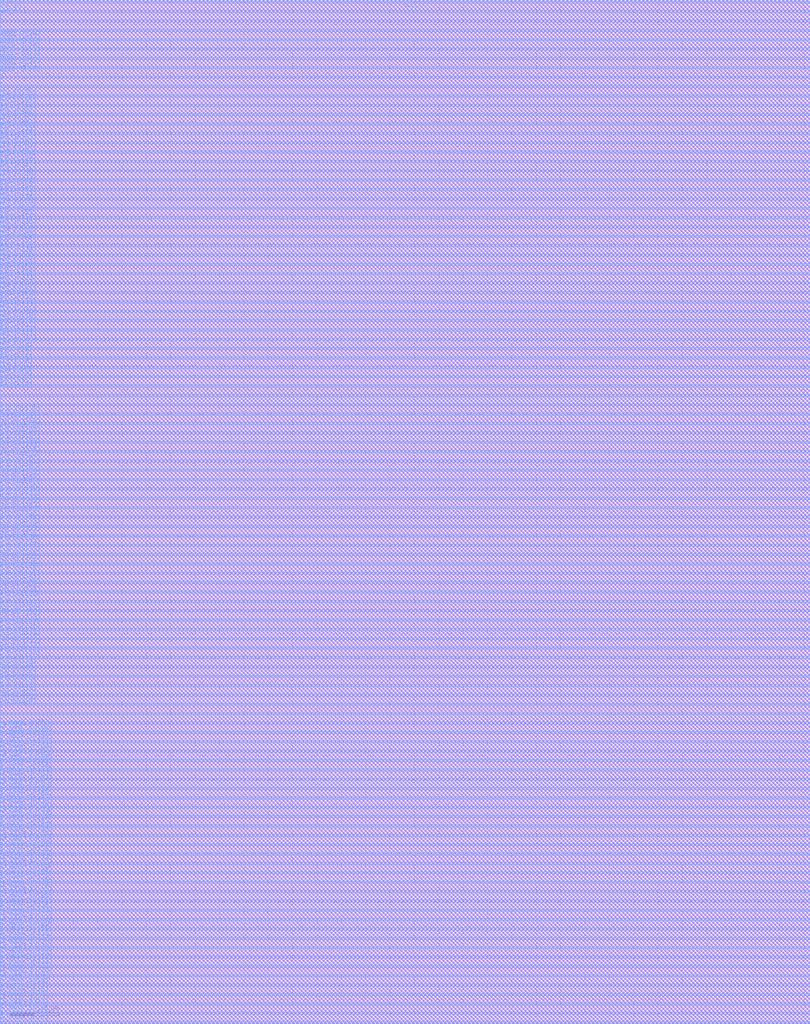
<source format=lef>
# Generated by FakeRAM 2.0
VERSION 5.7 ;
BUSBITCHARS "[]" ;
PROPERTYDEFINITIONS
  MACRO width INTEGER ;
  MACRO depth INTEGER ;
  MACRO banks INTEGER ;
END PROPERTYDEFINITIONS
MACRO fakeram7_sp_512x64
  PROPERTY width 64 ;
  PROPERTY depth 512 ;
  PROPERTY banks 4 ;
  FOREIGN fakeram7_sp_512x64 0 0 ;
  SYMMETRY X Y ;
  SIZE 33.250 BY 42.000 ;
  CLASS BLOCK ;
  PIN w_mask_in[0]
    DIRECTION INPUT ;
    USE SIGNAL ;
    SHAPE ABUTMENT ;
    PORT
      LAYER M4 ;
      RECT 0.000 0.048 0.024 0.072 ;
    END
  END w_mask_in[0]
  PIN w_mask_in[1]
    DIRECTION INPUT ;
    USE SIGNAL ;
    SHAPE ABUTMENT ;
    PORT
      LAYER M4 ;
      RECT 0.000 0.240 0.024 0.264 ;
    END
  END w_mask_in[1]
  PIN w_mask_in[2]
    DIRECTION INPUT ;
    USE SIGNAL ;
    SHAPE ABUTMENT ;
    PORT
      LAYER M4 ;
      RECT 0.000 0.432 0.024 0.456 ;
    END
  END w_mask_in[2]
  PIN w_mask_in[3]
    DIRECTION INPUT ;
    USE SIGNAL ;
    SHAPE ABUTMENT ;
    PORT
      LAYER M4 ;
      RECT 0.000 0.624 0.024 0.648 ;
    END
  END w_mask_in[3]
  PIN w_mask_in[4]
    DIRECTION INPUT ;
    USE SIGNAL ;
    SHAPE ABUTMENT ;
    PORT
      LAYER M4 ;
      RECT 0.000 0.816 0.024 0.840 ;
    END
  END w_mask_in[4]
  PIN w_mask_in[5]
    DIRECTION INPUT ;
    USE SIGNAL ;
    SHAPE ABUTMENT ;
    PORT
      LAYER M4 ;
      RECT 0.000 1.008 0.024 1.032 ;
    END
  END w_mask_in[5]
  PIN w_mask_in[6]
    DIRECTION INPUT ;
    USE SIGNAL ;
    SHAPE ABUTMENT ;
    PORT
      LAYER M4 ;
      RECT 0.000 1.200 0.024 1.224 ;
    END
  END w_mask_in[6]
  PIN w_mask_in[7]
    DIRECTION INPUT ;
    USE SIGNAL ;
    SHAPE ABUTMENT ;
    PORT
      LAYER M4 ;
      RECT 0.000 1.392 0.024 1.416 ;
    END
  END w_mask_in[7]
  PIN w_mask_in[8]
    DIRECTION INPUT ;
    USE SIGNAL ;
    SHAPE ABUTMENT ;
    PORT
      LAYER M4 ;
      RECT 0.000 1.584 0.024 1.608 ;
    END
  END w_mask_in[8]
  PIN w_mask_in[9]
    DIRECTION INPUT ;
    USE SIGNAL ;
    SHAPE ABUTMENT ;
    PORT
      LAYER M4 ;
      RECT 0.000 1.776 0.024 1.800 ;
    END
  END w_mask_in[9]
  PIN w_mask_in[10]
    DIRECTION INPUT ;
    USE SIGNAL ;
    SHAPE ABUTMENT ;
    PORT
      LAYER M4 ;
      RECT 0.000 1.968 0.024 1.992 ;
    END
  END w_mask_in[10]
  PIN w_mask_in[11]
    DIRECTION INPUT ;
    USE SIGNAL ;
    SHAPE ABUTMENT ;
    PORT
      LAYER M4 ;
      RECT 0.000 2.160 0.024 2.184 ;
    END
  END w_mask_in[11]
  PIN w_mask_in[12]
    DIRECTION INPUT ;
    USE SIGNAL ;
    SHAPE ABUTMENT ;
    PORT
      LAYER M4 ;
      RECT 0.000 2.352 0.024 2.376 ;
    END
  END w_mask_in[12]
  PIN w_mask_in[13]
    DIRECTION INPUT ;
    USE SIGNAL ;
    SHAPE ABUTMENT ;
    PORT
      LAYER M4 ;
      RECT 0.000 2.544 0.024 2.568 ;
    END
  END w_mask_in[13]
  PIN w_mask_in[14]
    DIRECTION INPUT ;
    USE SIGNAL ;
    SHAPE ABUTMENT ;
    PORT
      LAYER M4 ;
      RECT 0.000 2.736 0.024 2.760 ;
    END
  END w_mask_in[14]
  PIN w_mask_in[15]
    DIRECTION INPUT ;
    USE SIGNAL ;
    SHAPE ABUTMENT ;
    PORT
      LAYER M4 ;
      RECT 0.000 2.928 0.024 2.952 ;
    END
  END w_mask_in[15]
  PIN w_mask_in[16]
    DIRECTION INPUT ;
    USE SIGNAL ;
    SHAPE ABUTMENT ;
    PORT
      LAYER M4 ;
      RECT 0.000 3.120 0.024 3.144 ;
    END
  END w_mask_in[16]
  PIN w_mask_in[17]
    DIRECTION INPUT ;
    USE SIGNAL ;
    SHAPE ABUTMENT ;
    PORT
      LAYER M4 ;
      RECT 0.000 3.312 0.024 3.336 ;
    END
  END w_mask_in[17]
  PIN w_mask_in[18]
    DIRECTION INPUT ;
    USE SIGNAL ;
    SHAPE ABUTMENT ;
    PORT
      LAYER M4 ;
      RECT 0.000 3.504 0.024 3.528 ;
    END
  END w_mask_in[18]
  PIN w_mask_in[19]
    DIRECTION INPUT ;
    USE SIGNAL ;
    SHAPE ABUTMENT ;
    PORT
      LAYER M4 ;
      RECT 0.000 3.696 0.024 3.720 ;
    END
  END w_mask_in[19]
  PIN w_mask_in[20]
    DIRECTION INPUT ;
    USE SIGNAL ;
    SHAPE ABUTMENT ;
    PORT
      LAYER M4 ;
      RECT 0.000 3.888 0.024 3.912 ;
    END
  END w_mask_in[20]
  PIN w_mask_in[21]
    DIRECTION INPUT ;
    USE SIGNAL ;
    SHAPE ABUTMENT ;
    PORT
      LAYER M4 ;
      RECT 0.000 4.080 0.024 4.104 ;
    END
  END w_mask_in[21]
  PIN w_mask_in[22]
    DIRECTION INPUT ;
    USE SIGNAL ;
    SHAPE ABUTMENT ;
    PORT
      LAYER M4 ;
      RECT 0.000 4.272 0.024 4.296 ;
    END
  END w_mask_in[22]
  PIN w_mask_in[23]
    DIRECTION INPUT ;
    USE SIGNAL ;
    SHAPE ABUTMENT ;
    PORT
      LAYER M4 ;
      RECT 0.000 4.464 0.024 4.488 ;
    END
  END w_mask_in[23]
  PIN w_mask_in[24]
    DIRECTION INPUT ;
    USE SIGNAL ;
    SHAPE ABUTMENT ;
    PORT
      LAYER M4 ;
      RECT 0.000 4.656 0.024 4.680 ;
    END
  END w_mask_in[24]
  PIN w_mask_in[25]
    DIRECTION INPUT ;
    USE SIGNAL ;
    SHAPE ABUTMENT ;
    PORT
      LAYER M4 ;
      RECT 0.000 4.848 0.024 4.872 ;
    END
  END w_mask_in[25]
  PIN w_mask_in[26]
    DIRECTION INPUT ;
    USE SIGNAL ;
    SHAPE ABUTMENT ;
    PORT
      LAYER M4 ;
      RECT 0.000 5.040 0.024 5.064 ;
    END
  END w_mask_in[26]
  PIN w_mask_in[27]
    DIRECTION INPUT ;
    USE SIGNAL ;
    SHAPE ABUTMENT ;
    PORT
      LAYER M4 ;
      RECT 0.000 5.232 0.024 5.256 ;
    END
  END w_mask_in[27]
  PIN w_mask_in[28]
    DIRECTION INPUT ;
    USE SIGNAL ;
    SHAPE ABUTMENT ;
    PORT
      LAYER M4 ;
      RECT 0.000 5.424 0.024 5.448 ;
    END
  END w_mask_in[28]
  PIN w_mask_in[29]
    DIRECTION INPUT ;
    USE SIGNAL ;
    SHAPE ABUTMENT ;
    PORT
      LAYER M4 ;
      RECT 0.000 5.616 0.024 5.640 ;
    END
  END w_mask_in[29]
  PIN w_mask_in[30]
    DIRECTION INPUT ;
    USE SIGNAL ;
    SHAPE ABUTMENT ;
    PORT
      LAYER M4 ;
      RECT 0.000 5.808 0.024 5.832 ;
    END
  END w_mask_in[30]
  PIN w_mask_in[31]
    DIRECTION INPUT ;
    USE SIGNAL ;
    SHAPE ABUTMENT ;
    PORT
      LAYER M4 ;
      RECT 0.000 6.000 0.024 6.024 ;
    END
  END w_mask_in[31]
  PIN w_mask_in[32]
    DIRECTION INPUT ;
    USE SIGNAL ;
    SHAPE ABUTMENT ;
    PORT
      LAYER M4 ;
      RECT 0.000 6.192 0.024 6.216 ;
    END
  END w_mask_in[32]
  PIN w_mask_in[33]
    DIRECTION INPUT ;
    USE SIGNAL ;
    SHAPE ABUTMENT ;
    PORT
      LAYER M4 ;
      RECT 0.000 6.384 0.024 6.408 ;
    END
  END w_mask_in[33]
  PIN w_mask_in[34]
    DIRECTION INPUT ;
    USE SIGNAL ;
    SHAPE ABUTMENT ;
    PORT
      LAYER M4 ;
      RECT 0.000 6.576 0.024 6.600 ;
    END
  END w_mask_in[34]
  PIN w_mask_in[35]
    DIRECTION INPUT ;
    USE SIGNAL ;
    SHAPE ABUTMENT ;
    PORT
      LAYER M4 ;
      RECT 0.000 6.768 0.024 6.792 ;
    END
  END w_mask_in[35]
  PIN w_mask_in[36]
    DIRECTION INPUT ;
    USE SIGNAL ;
    SHAPE ABUTMENT ;
    PORT
      LAYER M4 ;
      RECT 0.000 6.960 0.024 6.984 ;
    END
  END w_mask_in[36]
  PIN w_mask_in[37]
    DIRECTION INPUT ;
    USE SIGNAL ;
    SHAPE ABUTMENT ;
    PORT
      LAYER M4 ;
      RECT 0.000 7.152 0.024 7.176 ;
    END
  END w_mask_in[37]
  PIN w_mask_in[38]
    DIRECTION INPUT ;
    USE SIGNAL ;
    SHAPE ABUTMENT ;
    PORT
      LAYER M4 ;
      RECT 0.000 7.344 0.024 7.368 ;
    END
  END w_mask_in[38]
  PIN w_mask_in[39]
    DIRECTION INPUT ;
    USE SIGNAL ;
    SHAPE ABUTMENT ;
    PORT
      LAYER M4 ;
      RECT 0.000 7.536 0.024 7.560 ;
    END
  END w_mask_in[39]
  PIN w_mask_in[40]
    DIRECTION INPUT ;
    USE SIGNAL ;
    SHAPE ABUTMENT ;
    PORT
      LAYER M4 ;
      RECT 0.000 7.728 0.024 7.752 ;
    END
  END w_mask_in[40]
  PIN w_mask_in[41]
    DIRECTION INPUT ;
    USE SIGNAL ;
    SHAPE ABUTMENT ;
    PORT
      LAYER M4 ;
      RECT 0.000 7.920 0.024 7.944 ;
    END
  END w_mask_in[41]
  PIN w_mask_in[42]
    DIRECTION INPUT ;
    USE SIGNAL ;
    SHAPE ABUTMENT ;
    PORT
      LAYER M4 ;
      RECT 0.000 8.112 0.024 8.136 ;
    END
  END w_mask_in[42]
  PIN w_mask_in[43]
    DIRECTION INPUT ;
    USE SIGNAL ;
    SHAPE ABUTMENT ;
    PORT
      LAYER M4 ;
      RECT 0.000 8.304 0.024 8.328 ;
    END
  END w_mask_in[43]
  PIN w_mask_in[44]
    DIRECTION INPUT ;
    USE SIGNAL ;
    SHAPE ABUTMENT ;
    PORT
      LAYER M4 ;
      RECT 0.000 8.496 0.024 8.520 ;
    END
  END w_mask_in[44]
  PIN w_mask_in[45]
    DIRECTION INPUT ;
    USE SIGNAL ;
    SHAPE ABUTMENT ;
    PORT
      LAYER M4 ;
      RECT 0.000 8.688 0.024 8.712 ;
    END
  END w_mask_in[45]
  PIN w_mask_in[46]
    DIRECTION INPUT ;
    USE SIGNAL ;
    SHAPE ABUTMENT ;
    PORT
      LAYER M4 ;
      RECT 0.000 8.880 0.024 8.904 ;
    END
  END w_mask_in[46]
  PIN w_mask_in[47]
    DIRECTION INPUT ;
    USE SIGNAL ;
    SHAPE ABUTMENT ;
    PORT
      LAYER M4 ;
      RECT 0.000 9.072 0.024 9.096 ;
    END
  END w_mask_in[47]
  PIN w_mask_in[48]
    DIRECTION INPUT ;
    USE SIGNAL ;
    SHAPE ABUTMENT ;
    PORT
      LAYER M4 ;
      RECT 0.000 9.264 0.024 9.288 ;
    END
  END w_mask_in[48]
  PIN w_mask_in[49]
    DIRECTION INPUT ;
    USE SIGNAL ;
    SHAPE ABUTMENT ;
    PORT
      LAYER M4 ;
      RECT 0.000 9.456 0.024 9.480 ;
    END
  END w_mask_in[49]
  PIN w_mask_in[50]
    DIRECTION INPUT ;
    USE SIGNAL ;
    SHAPE ABUTMENT ;
    PORT
      LAYER M4 ;
      RECT 0.000 9.648 0.024 9.672 ;
    END
  END w_mask_in[50]
  PIN w_mask_in[51]
    DIRECTION INPUT ;
    USE SIGNAL ;
    SHAPE ABUTMENT ;
    PORT
      LAYER M4 ;
      RECT 0.000 9.840 0.024 9.864 ;
    END
  END w_mask_in[51]
  PIN w_mask_in[52]
    DIRECTION INPUT ;
    USE SIGNAL ;
    SHAPE ABUTMENT ;
    PORT
      LAYER M4 ;
      RECT 0.000 10.032 0.024 10.056 ;
    END
  END w_mask_in[52]
  PIN w_mask_in[53]
    DIRECTION INPUT ;
    USE SIGNAL ;
    SHAPE ABUTMENT ;
    PORT
      LAYER M4 ;
      RECT 0.000 10.224 0.024 10.248 ;
    END
  END w_mask_in[53]
  PIN w_mask_in[54]
    DIRECTION INPUT ;
    USE SIGNAL ;
    SHAPE ABUTMENT ;
    PORT
      LAYER M4 ;
      RECT 0.000 10.416 0.024 10.440 ;
    END
  END w_mask_in[54]
  PIN w_mask_in[55]
    DIRECTION INPUT ;
    USE SIGNAL ;
    SHAPE ABUTMENT ;
    PORT
      LAYER M4 ;
      RECT 0.000 10.608 0.024 10.632 ;
    END
  END w_mask_in[55]
  PIN w_mask_in[56]
    DIRECTION INPUT ;
    USE SIGNAL ;
    SHAPE ABUTMENT ;
    PORT
      LAYER M4 ;
      RECT 0.000 10.800 0.024 10.824 ;
    END
  END w_mask_in[56]
  PIN w_mask_in[57]
    DIRECTION INPUT ;
    USE SIGNAL ;
    SHAPE ABUTMENT ;
    PORT
      LAYER M4 ;
      RECT 0.000 10.992 0.024 11.016 ;
    END
  END w_mask_in[57]
  PIN w_mask_in[58]
    DIRECTION INPUT ;
    USE SIGNAL ;
    SHAPE ABUTMENT ;
    PORT
      LAYER M4 ;
      RECT 0.000 11.184 0.024 11.208 ;
    END
  END w_mask_in[58]
  PIN w_mask_in[59]
    DIRECTION INPUT ;
    USE SIGNAL ;
    SHAPE ABUTMENT ;
    PORT
      LAYER M4 ;
      RECT 0.000 11.376 0.024 11.400 ;
    END
  END w_mask_in[59]
  PIN w_mask_in[60]
    DIRECTION INPUT ;
    USE SIGNAL ;
    SHAPE ABUTMENT ;
    PORT
      LAYER M4 ;
      RECT 0.000 11.568 0.024 11.592 ;
    END
  END w_mask_in[60]
  PIN w_mask_in[61]
    DIRECTION INPUT ;
    USE SIGNAL ;
    SHAPE ABUTMENT ;
    PORT
      LAYER M4 ;
      RECT 0.000 11.760 0.024 11.784 ;
    END
  END w_mask_in[61]
  PIN w_mask_in[62]
    DIRECTION INPUT ;
    USE SIGNAL ;
    SHAPE ABUTMENT ;
    PORT
      LAYER M4 ;
      RECT 0.000 11.952 0.024 11.976 ;
    END
  END w_mask_in[62]
  PIN w_mask_in[63]
    DIRECTION INPUT ;
    USE SIGNAL ;
    SHAPE ABUTMENT ;
    PORT
      LAYER M4 ;
      RECT 0.000 12.144 0.024 12.168 ;
    END
  END w_mask_in[63]
  PIN rd_out[0]
    DIRECTION OUTPUT ;
    USE SIGNAL ;
    SHAPE ABUTMENT ;
    PORT
      LAYER M4 ;
      RECT 0.000 13.008 0.024 13.032 ;
    END
  END rd_out[0]
  PIN rd_out[1]
    DIRECTION OUTPUT ;
    USE SIGNAL ;
    SHAPE ABUTMENT ;
    PORT
      LAYER M4 ;
      RECT 0.000 13.200 0.024 13.224 ;
    END
  END rd_out[1]
  PIN rd_out[2]
    DIRECTION OUTPUT ;
    USE SIGNAL ;
    SHAPE ABUTMENT ;
    PORT
      LAYER M4 ;
      RECT 0.000 13.392 0.024 13.416 ;
    END
  END rd_out[2]
  PIN rd_out[3]
    DIRECTION OUTPUT ;
    USE SIGNAL ;
    SHAPE ABUTMENT ;
    PORT
      LAYER M4 ;
      RECT 0.000 13.584 0.024 13.608 ;
    END
  END rd_out[3]
  PIN rd_out[4]
    DIRECTION OUTPUT ;
    USE SIGNAL ;
    SHAPE ABUTMENT ;
    PORT
      LAYER M4 ;
      RECT 0.000 13.776 0.024 13.800 ;
    END
  END rd_out[4]
  PIN rd_out[5]
    DIRECTION OUTPUT ;
    USE SIGNAL ;
    SHAPE ABUTMENT ;
    PORT
      LAYER M4 ;
      RECT 0.000 13.968 0.024 13.992 ;
    END
  END rd_out[5]
  PIN rd_out[6]
    DIRECTION OUTPUT ;
    USE SIGNAL ;
    SHAPE ABUTMENT ;
    PORT
      LAYER M4 ;
      RECT 0.000 14.160 0.024 14.184 ;
    END
  END rd_out[6]
  PIN rd_out[7]
    DIRECTION OUTPUT ;
    USE SIGNAL ;
    SHAPE ABUTMENT ;
    PORT
      LAYER M4 ;
      RECT 0.000 14.352 0.024 14.376 ;
    END
  END rd_out[7]
  PIN rd_out[8]
    DIRECTION OUTPUT ;
    USE SIGNAL ;
    SHAPE ABUTMENT ;
    PORT
      LAYER M4 ;
      RECT 0.000 14.544 0.024 14.568 ;
    END
  END rd_out[8]
  PIN rd_out[9]
    DIRECTION OUTPUT ;
    USE SIGNAL ;
    SHAPE ABUTMENT ;
    PORT
      LAYER M4 ;
      RECT 0.000 14.736 0.024 14.760 ;
    END
  END rd_out[9]
  PIN rd_out[10]
    DIRECTION OUTPUT ;
    USE SIGNAL ;
    SHAPE ABUTMENT ;
    PORT
      LAYER M4 ;
      RECT 0.000 14.928 0.024 14.952 ;
    END
  END rd_out[10]
  PIN rd_out[11]
    DIRECTION OUTPUT ;
    USE SIGNAL ;
    SHAPE ABUTMENT ;
    PORT
      LAYER M4 ;
      RECT 0.000 15.120 0.024 15.144 ;
    END
  END rd_out[11]
  PIN rd_out[12]
    DIRECTION OUTPUT ;
    USE SIGNAL ;
    SHAPE ABUTMENT ;
    PORT
      LAYER M4 ;
      RECT 0.000 15.312 0.024 15.336 ;
    END
  END rd_out[12]
  PIN rd_out[13]
    DIRECTION OUTPUT ;
    USE SIGNAL ;
    SHAPE ABUTMENT ;
    PORT
      LAYER M4 ;
      RECT 0.000 15.504 0.024 15.528 ;
    END
  END rd_out[13]
  PIN rd_out[14]
    DIRECTION OUTPUT ;
    USE SIGNAL ;
    SHAPE ABUTMENT ;
    PORT
      LAYER M4 ;
      RECT 0.000 15.696 0.024 15.720 ;
    END
  END rd_out[14]
  PIN rd_out[15]
    DIRECTION OUTPUT ;
    USE SIGNAL ;
    SHAPE ABUTMENT ;
    PORT
      LAYER M4 ;
      RECT 0.000 15.888 0.024 15.912 ;
    END
  END rd_out[15]
  PIN rd_out[16]
    DIRECTION OUTPUT ;
    USE SIGNAL ;
    SHAPE ABUTMENT ;
    PORT
      LAYER M4 ;
      RECT 0.000 16.080 0.024 16.104 ;
    END
  END rd_out[16]
  PIN rd_out[17]
    DIRECTION OUTPUT ;
    USE SIGNAL ;
    SHAPE ABUTMENT ;
    PORT
      LAYER M4 ;
      RECT 0.000 16.272 0.024 16.296 ;
    END
  END rd_out[17]
  PIN rd_out[18]
    DIRECTION OUTPUT ;
    USE SIGNAL ;
    SHAPE ABUTMENT ;
    PORT
      LAYER M4 ;
      RECT 0.000 16.464 0.024 16.488 ;
    END
  END rd_out[18]
  PIN rd_out[19]
    DIRECTION OUTPUT ;
    USE SIGNAL ;
    SHAPE ABUTMENT ;
    PORT
      LAYER M4 ;
      RECT 0.000 16.656 0.024 16.680 ;
    END
  END rd_out[19]
  PIN rd_out[20]
    DIRECTION OUTPUT ;
    USE SIGNAL ;
    SHAPE ABUTMENT ;
    PORT
      LAYER M4 ;
      RECT 0.000 16.848 0.024 16.872 ;
    END
  END rd_out[20]
  PIN rd_out[21]
    DIRECTION OUTPUT ;
    USE SIGNAL ;
    SHAPE ABUTMENT ;
    PORT
      LAYER M4 ;
      RECT 0.000 17.040 0.024 17.064 ;
    END
  END rd_out[21]
  PIN rd_out[22]
    DIRECTION OUTPUT ;
    USE SIGNAL ;
    SHAPE ABUTMENT ;
    PORT
      LAYER M4 ;
      RECT 0.000 17.232 0.024 17.256 ;
    END
  END rd_out[22]
  PIN rd_out[23]
    DIRECTION OUTPUT ;
    USE SIGNAL ;
    SHAPE ABUTMENT ;
    PORT
      LAYER M4 ;
      RECT 0.000 17.424 0.024 17.448 ;
    END
  END rd_out[23]
  PIN rd_out[24]
    DIRECTION OUTPUT ;
    USE SIGNAL ;
    SHAPE ABUTMENT ;
    PORT
      LAYER M4 ;
      RECT 0.000 17.616 0.024 17.640 ;
    END
  END rd_out[24]
  PIN rd_out[25]
    DIRECTION OUTPUT ;
    USE SIGNAL ;
    SHAPE ABUTMENT ;
    PORT
      LAYER M4 ;
      RECT 0.000 17.808 0.024 17.832 ;
    END
  END rd_out[25]
  PIN rd_out[26]
    DIRECTION OUTPUT ;
    USE SIGNAL ;
    SHAPE ABUTMENT ;
    PORT
      LAYER M4 ;
      RECT 0.000 18.000 0.024 18.024 ;
    END
  END rd_out[26]
  PIN rd_out[27]
    DIRECTION OUTPUT ;
    USE SIGNAL ;
    SHAPE ABUTMENT ;
    PORT
      LAYER M4 ;
      RECT 0.000 18.192 0.024 18.216 ;
    END
  END rd_out[27]
  PIN rd_out[28]
    DIRECTION OUTPUT ;
    USE SIGNAL ;
    SHAPE ABUTMENT ;
    PORT
      LAYER M4 ;
      RECT 0.000 18.384 0.024 18.408 ;
    END
  END rd_out[28]
  PIN rd_out[29]
    DIRECTION OUTPUT ;
    USE SIGNAL ;
    SHAPE ABUTMENT ;
    PORT
      LAYER M4 ;
      RECT 0.000 18.576 0.024 18.600 ;
    END
  END rd_out[29]
  PIN rd_out[30]
    DIRECTION OUTPUT ;
    USE SIGNAL ;
    SHAPE ABUTMENT ;
    PORT
      LAYER M4 ;
      RECT 0.000 18.768 0.024 18.792 ;
    END
  END rd_out[30]
  PIN rd_out[31]
    DIRECTION OUTPUT ;
    USE SIGNAL ;
    SHAPE ABUTMENT ;
    PORT
      LAYER M4 ;
      RECT 0.000 18.960 0.024 18.984 ;
    END
  END rd_out[31]
  PIN rd_out[32]
    DIRECTION OUTPUT ;
    USE SIGNAL ;
    SHAPE ABUTMENT ;
    PORT
      LAYER M4 ;
      RECT 0.000 19.152 0.024 19.176 ;
    END
  END rd_out[32]
  PIN rd_out[33]
    DIRECTION OUTPUT ;
    USE SIGNAL ;
    SHAPE ABUTMENT ;
    PORT
      LAYER M4 ;
      RECT 0.000 19.344 0.024 19.368 ;
    END
  END rd_out[33]
  PIN rd_out[34]
    DIRECTION OUTPUT ;
    USE SIGNAL ;
    SHAPE ABUTMENT ;
    PORT
      LAYER M4 ;
      RECT 0.000 19.536 0.024 19.560 ;
    END
  END rd_out[34]
  PIN rd_out[35]
    DIRECTION OUTPUT ;
    USE SIGNAL ;
    SHAPE ABUTMENT ;
    PORT
      LAYER M4 ;
      RECT 0.000 19.728 0.024 19.752 ;
    END
  END rd_out[35]
  PIN rd_out[36]
    DIRECTION OUTPUT ;
    USE SIGNAL ;
    SHAPE ABUTMENT ;
    PORT
      LAYER M4 ;
      RECT 0.000 19.920 0.024 19.944 ;
    END
  END rd_out[36]
  PIN rd_out[37]
    DIRECTION OUTPUT ;
    USE SIGNAL ;
    SHAPE ABUTMENT ;
    PORT
      LAYER M4 ;
      RECT 0.000 20.112 0.024 20.136 ;
    END
  END rd_out[37]
  PIN rd_out[38]
    DIRECTION OUTPUT ;
    USE SIGNAL ;
    SHAPE ABUTMENT ;
    PORT
      LAYER M4 ;
      RECT 0.000 20.304 0.024 20.328 ;
    END
  END rd_out[38]
  PIN rd_out[39]
    DIRECTION OUTPUT ;
    USE SIGNAL ;
    SHAPE ABUTMENT ;
    PORT
      LAYER M4 ;
      RECT 0.000 20.496 0.024 20.520 ;
    END
  END rd_out[39]
  PIN rd_out[40]
    DIRECTION OUTPUT ;
    USE SIGNAL ;
    SHAPE ABUTMENT ;
    PORT
      LAYER M4 ;
      RECT 0.000 20.688 0.024 20.712 ;
    END
  END rd_out[40]
  PIN rd_out[41]
    DIRECTION OUTPUT ;
    USE SIGNAL ;
    SHAPE ABUTMENT ;
    PORT
      LAYER M4 ;
      RECT 0.000 20.880 0.024 20.904 ;
    END
  END rd_out[41]
  PIN rd_out[42]
    DIRECTION OUTPUT ;
    USE SIGNAL ;
    SHAPE ABUTMENT ;
    PORT
      LAYER M4 ;
      RECT 0.000 21.072 0.024 21.096 ;
    END
  END rd_out[42]
  PIN rd_out[43]
    DIRECTION OUTPUT ;
    USE SIGNAL ;
    SHAPE ABUTMENT ;
    PORT
      LAYER M4 ;
      RECT 0.000 21.264 0.024 21.288 ;
    END
  END rd_out[43]
  PIN rd_out[44]
    DIRECTION OUTPUT ;
    USE SIGNAL ;
    SHAPE ABUTMENT ;
    PORT
      LAYER M4 ;
      RECT 0.000 21.456 0.024 21.480 ;
    END
  END rd_out[44]
  PIN rd_out[45]
    DIRECTION OUTPUT ;
    USE SIGNAL ;
    SHAPE ABUTMENT ;
    PORT
      LAYER M4 ;
      RECT 0.000 21.648 0.024 21.672 ;
    END
  END rd_out[45]
  PIN rd_out[46]
    DIRECTION OUTPUT ;
    USE SIGNAL ;
    SHAPE ABUTMENT ;
    PORT
      LAYER M4 ;
      RECT 0.000 21.840 0.024 21.864 ;
    END
  END rd_out[46]
  PIN rd_out[47]
    DIRECTION OUTPUT ;
    USE SIGNAL ;
    SHAPE ABUTMENT ;
    PORT
      LAYER M4 ;
      RECT 0.000 22.032 0.024 22.056 ;
    END
  END rd_out[47]
  PIN rd_out[48]
    DIRECTION OUTPUT ;
    USE SIGNAL ;
    SHAPE ABUTMENT ;
    PORT
      LAYER M4 ;
      RECT 0.000 22.224 0.024 22.248 ;
    END
  END rd_out[48]
  PIN rd_out[49]
    DIRECTION OUTPUT ;
    USE SIGNAL ;
    SHAPE ABUTMENT ;
    PORT
      LAYER M4 ;
      RECT 0.000 22.416 0.024 22.440 ;
    END
  END rd_out[49]
  PIN rd_out[50]
    DIRECTION OUTPUT ;
    USE SIGNAL ;
    SHAPE ABUTMENT ;
    PORT
      LAYER M4 ;
      RECT 0.000 22.608 0.024 22.632 ;
    END
  END rd_out[50]
  PIN rd_out[51]
    DIRECTION OUTPUT ;
    USE SIGNAL ;
    SHAPE ABUTMENT ;
    PORT
      LAYER M4 ;
      RECT 0.000 22.800 0.024 22.824 ;
    END
  END rd_out[51]
  PIN rd_out[52]
    DIRECTION OUTPUT ;
    USE SIGNAL ;
    SHAPE ABUTMENT ;
    PORT
      LAYER M4 ;
      RECT 0.000 22.992 0.024 23.016 ;
    END
  END rd_out[52]
  PIN rd_out[53]
    DIRECTION OUTPUT ;
    USE SIGNAL ;
    SHAPE ABUTMENT ;
    PORT
      LAYER M4 ;
      RECT 0.000 23.184 0.024 23.208 ;
    END
  END rd_out[53]
  PIN rd_out[54]
    DIRECTION OUTPUT ;
    USE SIGNAL ;
    SHAPE ABUTMENT ;
    PORT
      LAYER M4 ;
      RECT 0.000 23.376 0.024 23.400 ;
    END
  END rd_out[54]
  PIN rd_out[55]
    DIRECTION OUTPUT ;
    USE SIGNAL ;
    SHAPE ABUTMENT ;
    PORT
      LAYER M4 ;
      RECT 0.000 23.568 0.024 23.592 ;
    END
  END rd_out[55]
  PIN rd_out[56]
    DIRECTION OUTPUT ;
    USE SIGNAL ;
    SHAPE ABUTMENT ;
    PORT
      LAYER M4 ;
      RECT 0.000 23.760 0.024 23.784 ;
    END
  END rd_out[56]
  PIN rd_out[57]
    DIRECTION OUTPUT ;
    USE SIGNAL ;
    SHAPE ABUTMENT ;
    PORT
      LAYER M4 ;
      RECT 0.000 23.952 0.024 23.976 ;
    END
  END rd_out[57]
  PIN rd_out[58]
    DIRECTION OUTPUT ;
    USE SIGNAL ;
    SHAPE ABUTMENT ;
    PORT
      LAYER M4 ;
      RECT 0.000 24.144 0.024 24.168 ;
    END
  END rd_out[58]
  PIN rd_out[59]
    DIRECTION OUTPUT ;
    USE SIGNAL ;
    SHAPE ABUTMENT ;
    PORT
      LAYER M4 ;
      RECT 0.000 24.336 0.024 24.360 ;
    END
  END rd_out[59]
  PIN rd_out[60]
    DIRECTION OUTPUT ;
    USE SIGNAL ;
    SHAPE ABUTMENT ;
    PORT
      LAYER M4 ;
      RECT 0.000 24.528 0.024 24.552 ;
    END
  END rd_out[60]
  PIN rd_out[61]
    DIRECTION OUTPUT ;
    USE SIGNAL ;
    SHAPE ABUTMENT ;
    PORT
      LAYER M4 ;
      RECT 0.000 24.720 0.024 24.744 ;
    END
  END rd_out[61]
  PIN rd_out[62]
    DIRECTION OUTPUT ;
    USE SIGNAL ;
    SHAPE ABUTMENT ;
    PORT
      LAYER M4 ;
      RECT 0.000 24.912 0.024 24.936 ;
    END
  END rd_out[62]
  PIN rd_out[63]
    DIRECTION OUTPUT ;
    USE SIGNAL ;
    SHAPE ABUTMENT ;
    PORT
      LAYER M4 ;
      RECT 0.000 25.104 0.024 25.128 ;
    END
  END rd_out[63]
  PIN wd_in[0]
    DIRECTION INPUT ;
    USE SIGNAL ;
    SHAPE ABUTMENT ;
    PORT
      LAYER M4 ;
      RECT 0.000 25.968 0.024 25.992 ;
    END
  END wd_in[0]
  PIN wd_in[1]
    DIRECTION INPUT ;
    USE SIGNAL ;
    SHAPE ABUTMENT ;
    PORT
      LAYER M4 ;
      RECT 0.000 26.160 0.024 26.184 ;
    END
  END wd_in[1]
  PIN wd_in[2]
    DIRECTION INPUT ;
    USE SIGNAL ;
    SHAPE ABUTMENT ;
    PORT
      LAYER M4 ;
      RECT 0.000 26.352 0.024 26.376 ;
    END
  END wd_in[2]
  PIN wd_in[3]
    DIRECTION INPUT ;
    USE SIGNAL ;
    SHAPE ABUTMENT ;
    PORT
      LAYER M4 ;
      RECT 0.000 26.544 0.024 26.568 ;
    END
  END wd_in[3]
  PIN wd_in[4]
    DIRECTION INPUT ;
    USE SIGNAL ;
    SHAPE ABUTMENT ;
    PORT
      LAYER M4 ;
      RECT 0.000 26.736 0.024 26.760 ;
    END
  END wd_in[4]
  PIN wd_in[5]
    DIRECTION INPUT ;
    USE SIGNAL ;
    SHAPE ABUTMENT ;
    PORT
      LAYER M4 ;
      RECT 0.000 26.928 0.024 26.952 ;
    END
  END wd_in[5]
  PIN wd_in[6]
    DIRECTION INPUT ;
    USE SIGNAL ;
    SHAPE ABUTMENT ;
    PORT
      LAYER M4 ;
      RECT 0.000 27.120 0.024 27.144 ;
    END
  END wd_in[6]
  PIN wd_in[7]
    DIRECTION INPUT ;
    USE SIGNAL ;
    SHAPE ABUTMENT ;
    PORT
      LAYER M4 ;
      RECT 0.000 27.312 0.024 27.336 ;
    END
  END wd_in[7]
  PIN wd_in[8]
    DIRECTION INPUT ;
    USE SIGNAL ;
    SHAPE ABUTMENT ;
    PORT
      LAYER M4 ;
      RECT 0.000 27.504 0.024 27.528 ;
    END
  END wd_in[8]
  PIN wd_in[9]
    DIRECTION INPUT ;
    USE SIGNAL ;
    SHAPE ABUTMENT ;
    PORT
      LAYER M4 ;
      RECT 0.000 27.696 0.024 27.720 ;
    END
  END wd_in[9]
  PIN wd_in[10]
    DIRECTION INPUT ;
    USE SIGNAL ;
    SHAPE ABUTMENT ;
    PORT
      LAYER M4 ;
      RECT 0.000 27.888 0.024 27.912 ;
    END
  END wd_in[10]
  PIN wd_in[11]
    DIRECTION INPUT ;
    USE SIGNAL ;
    SHAPE ABUTMENT ;
    PORT
      LAYER M4 ;
      RECT 0.000 28.080 0.024 28.104 ;
    END
  END wd_in[11]
  PIN wd_in[12]
    DIRECTION INPUT ;
    USE SIGNAL ;
    SHAPE ABUTMENT ;
    PORT
      LAYER M4 ;
      RECT 0.000 28.272 0.024 28.296 ;
    END
  END wd_in[12]
  PIN wd_in[13]
    DIRECTION INPUT ;
    USE SIGNAL ;
    SHAPE ABUTMENT ;
    PORT
      LAYER M4 ;
      RECT 0.000 28.464 0.024 28.488 ;
    END
  END wd_in[13]
  PIN wd_in[14]
    DIRECTION INPUT ;
    USE SIGNAL ;
    SHAPE ABUTMENT ;
    PORT
      LAYER M4 ;
      RECT 0.000 28.656 0.024 28.680 ;
    END
  END wd_in[14]
  PIN wd_in[15]
    DIRECTION INPUT ;
    USE SIGNAL ;
    SHAPE ABUTMENT ;
    PORT
      LAYER M4 ;
      RECT 0.000 28.848 0.024 28.872 ;
    END
  END wd_in[15]
  PIN wd_in[16]
    DIRECTION INPUT ;
    USE SIGNAL ;
    SHAPE ABUTMENT ;
    PORT
      LAYER M4 ;
      RECT 0.000 29.040 0.024 29.064 ;
    END
  END wd_in[16]
  PIN wd_in[17]
    DIRECTION INPUT ;
    USE SIGNAL ;
    SHAPE ABUTMENT ;
    PORT
      LAYER M4 ;
      RECT 0.000 29.232 0.024 29.256 ;
    END
  END wd_in[17]
  PIN wd_in[18]
    DIRECTION INPUT ;
    USE SIGNAL ;
    SHAPE ABUTMENT ;
    PORT
      LAYER M4 ;
      RECT 0.000 29.424 0.024 29.448 ;
    END
  END wd_in[18]
  PIN wd_in[19]
    DIRECTION INPUT ;
    USE SIGNAL ;
    SHAPE ABUTMENT ;
    PORT
      LAYER M4 ;
      RECT 0.000 29.616 0.024 29.640 ;
    END
  END wd_in[19]
  PIN wd_in[20]
    DIRECTION INPUT ;
    USE SIGNAL ;
    SHAPE ABUTMENT ;
    PORT
      LAYER M4 ;
      RECT 0.000 29.808 0.024 29.832 ;
    END
  END wd_in[20]
  PIN wd_in[21]
    DIRECTION INPUT ;
    USE SIGNAL ;
    SHAPE ABUTMENT ;
    PORT
      LAYER M4 ;
      RECT 0.000 30.000 0.024 30.024 ;
    END
  END wd_in[21]
  PIN wd_in[22]
    DIRECTION INPUT ;
    USE SIGNAL ;
    SHAPE ABUTMENT ;
    PORT
      LAYER M4 ;
      RECT 0.000 30.192 0.024 30.216 ;
    END
  END wd_in[22]
  PIN wd_in[23]
    DIRECTION INPUT ;
    USE SIGNAL ;
    SHAPE ABUTMENT ;
    PORT
      LAYER M4 ;
      RECT 0.000 30.384 0.024 30.408 ;
    END
  END wd_in[23]
  PIN wd_in[24]
    DIRECTION INPUT ;
    USE SIGNAL ;
    SHAPE ABUTMENT ;
    PORT
      LAYER M4 ;
      RECT 0.000 30.576 0.024 30.600 ;
    END
  END wd_in[24]
  PIN wd_in[25]
    DIRECTION INPUT ;
    USE SIGNAL ;
    SHAPE ABUTMENT ;
    PORT
      LAYER M4 ;
      RECT 0.000 30.768 0.024 30.792 ;
    END
  END wd_in[25]
  PIN wd_in[26]
    DIRECTION INPUT ;
    USE SIGNAL ;
    SHAPE ABUTMENT ;
    PORT
      LAYER M4 ;
      RECT 0.000 30.960 0.024 30.984 ;
    END
  END wd_in[26]
  PIN wd_in[27]
    DIRECTION INPUT ;
    USE SIGNAL ;
    SHAPE ABUTMENT ;
    PORT
      LAYER M4 ;
      RECT 0.000 31.152 0.024 31.176 ;
    END
  END wd_in[27]
  PIN wd_in[28]
    DIRECTION INPUT ;
    USE SIGNAL ;
    SHAPE ABUTMENT ;
    PORT
      LAYER M4 ;
      RECT 0.000 31.344 0.024 31.368 ;
    END
  END wd_in[28]
  PIN wd_in[29]
    DIRECTION INPUT ;
    USE SIGNAL ;
    SHAPE ABUTMENT ;
    PORT
      LAYER M4 ;
      RECT 0.000 31.536 0.024 31.560 ;
    END
  END wd_in[29]
  PIN wd_in[30]
    DIRECTION INPUT ;
    USE SIGNAL ;
    SHAPE ABUTMENT ;
    PORT
      LAYER M4 ;
      RECT 0.000 31.728 0.024 31.752 ;
    END
  END wd_in[30]
  PIN wd_in[31]
    DIRECTION INPUT ;
    USE SIGNAL ;
    SHAPE ABUTMENT ;
    PORT
      LAYER M4 ;
      RECT 0.000 31.920 0.024 31.944 ;
    END
  END wd_in[31]
  PIN wd_in[32]
    DIRECTION INPUT ;
    USE SIGNAL ;
    SHAPE ABUTMENT ;
    PORT
      LAYER M4 ;
      RECT 0.000 32.112 0.024 32.136 ;
    END
  END wd_in[32]
  PIN wd_in[33]
    DIRECTION INPUT ;
    USE SIGNAL ;
    SHAPE ABUTMENT ;
    PORT
      LAYER M4 ;
      RECT 0.000 32.304 0.024 32.328 ;
    END
  END wd_in[33]
  PIN wd_in[34]
    DIRECTION INPUT ;
    USE SIGNAL ;
    SHAPE ABUTMENT ;
    PORT
      LAYER M4 ;
      RECT 0.000 32.496 0.024 32.520 ;
    END
  END wd_in[34]
  PIN wd_in[35]
    DIRECTION INPUT ;
    USE SIGNAL ;
    SHAPE ABUTMENT ;
    PORT
      LAYER M4 ;
      RECT 0.000 32.688 0.024 32.712 ;
    END
  END wd_in[35]
  PIN wd_in[36]
    DIRECTION INPUT ;
    USE SIGNAL ;
    SHAPE ABUTMENT ;
    PORT
      LAYER M4 ;
      RECT 0.000 32.880 0.024 32.904 ;
    END
  END wd_in[36]
  PIN wd_in[37]
    DIRECTION INPUT ;
    USE SIGNAL ;
    SHAPE ABUTMENT ;
    PORT
      LAYER M4 ;
      RECT 0.000 33.072 0.024 33.096 ;
    END
  END wd_in[37]
  PIN wd_in[38]
    DIRECTION INPUT ;
    USE SIGNAL ;
    SHAPE ABUTMENT ;
    PORT
      LAYER M4 ;
      RECT 0.000 33.264 0.024 33.288 ;
    END
  END wd_in[38]
  PIN wd_in[39]
    DIRECTION INPUT ;
    USE SIGNAL ;
    SHAPE ABUTMENT ;
    PORT
      LAYER M4 ;
      RECT 0.000 33.456 0.024 33.480 ;
    END
  END wd_in[39]
  PIN wd_in[40]
    DIRECTION INPUT ;
    USE SIGNAL ;
    SHAPE ABUTMENT ;
    PORT
      LAYER M4 ;
      RECT 0.000 33.648 0.024 33.672 ;
    END
  END wd_in[40]
  PIN wd_in[41]
    DIRECTION INPUT ;
    USE SIGNAL ;
    SHAPE ABUTMENT ;
    PORT
      LAYER M4 ;
      RECT 0.000 33.840 0.024 33.864 ;
    END
  END wd_in[41]
  PIN wd_in[42]
    DIRECTION INPUT ;
    USE SIGNAL ;
    SHAPE ABUTMENT ;
    PORT
      LAYER M4 ;
      RECT 0.000 34.032 0.024 34.056 ;
    END
  END wd_in[42]
  PIN wd_in[43]
    DIRECTION INPUT ;
    USE SIGNAL ;
    SHAPE ABUTMENT ;
    PORT
      LAYER M4 ;
      RECT 0.000 34.224 0.024 34.248 ;
    END
  END wd_in[43]
  PIN wd_in[44]
    DIRECTION INPUT ;
    USE SIGNAL ;
    SHAPE ABUTMENT ;
    PORT
      LAYER M4 ;
      RECT 0.000 34.416 0.024 34.440 ;
    END
  END wd_in[44]
  PIN wd_in[45]
    DIRECTION INPUT ;
    USE SIGNAL ;
    SHAPE ABUTMENT ;
    PORT
      LAYER M4 ;
      RECT 0.000 34.608 0.024 34.632 ;
    END
  END wd_in[45]
  PIN wd_in[46]
    DIRECTION INPUT ;
    USE SIGNAL ;
    SHAPE ABUTMENT ;
    PORT
      LAYER M4 ;
      RECT 0.000 34.800 0.024 34.824 ;
    END
  END wd_in[46]
  PIN wd_in[47]
    DIRECTION INPUT ;
    USE SIGNAL ;
    SHAPE ABUTMENT ;
    PORT
      LAYER M4 ;
      RECT 0.000 34.992 0.024 35.016 ;
    END
  END wd_in[47]
  PIN wd_in[48]
    DIRECTION INPUT ;
    USE SIGNAL ;
    SHAPE ABUTMENT ;
    PORT
      LAYER M4 ;
      RECT 0.000 35.184 0.024 35.208 ;
    END
  END wd_in[48]
  PIN wd_in[49]
    DIRECTION INPUT ;
    USE SIGNAL ;
    SHAPE ABUTMENT ;
    PORT
      LAYER M4 ;
      RECT 0.000 35.376 0.024 35.400 ;
    END
  END wd_in[49]
  PIN wd_in[50]
    DIRECTION INPUT ;
    USE SIGNAL ;
    SHAPE ABUTMENT ;
    PORT
      LAYER M4 ;
      RECT 0.000 35.568 0.024 35.592 ;
    END
  END wd_in[50]
  PIN wd_in[51]
    DIRECTION INPUT ;
    USE SIGNAL ;
    SHAPE ABUTMENT ;
    PORT
      LAYER M4 ;
      RECT 0.000 35.760 0.024 35.784 ;
    END
  END wd_in[51]
  PIN wd_in[52]
    DIRECTION INPUT ;
    USE SIGNAL ;
    SHAPE ABUTMENT ;
    PORT
      LAYER M4 ;
      RECT 0.000 35.952 0.024 35.976 ;
    END
  END wd_in[52]
  PIN wd_in[53]
    DIRECTION INPUT ;
    USE SIGNAL ;
    SHAPE ABUTMENT ;
    PORT
      LAYER M4 ;
      RECT 0.000 36.144 0.024 36.168 ;
    END
  END wd_in[53]
  PIN wd_in[54]
    DIRECTION INPUT ;
    USE SIGNAL ;
    SHAPE ABUTMENT ;
    PORT
      LAYER M4 ;
      RECT 0.000 36.336 0.024 36.360 ;
    END
  END wd_in[54]
  PIN wd_in[55]
    DIRECTION INPUT ;
    USE SIGNAL ;
    SHAPE ABUTMENT ;
    PORT
      LAYER M4 ;
      RECT 0.000 36.528 0.024 36.552 ;
    END
  END wd_in[55]
  PIN wd_in[56]
    DIRECTION INPUT ;
    USE SIGNAL ;
    SHAPE ABUTMENT ;
    PORT
      LAYER M4 ;
      RECT 0.000 36.720 0.024 36.744 ;
    END
  END wd_in[56]
  PIN wd_in[57]
    DIRECTION INPUT ;
    USE SIGNAL ;
    SHAPE ABUTMENT ;
    PORT
      LAYER M4 ;
      RECT 0.000 36.912 0.024 36.936 ;
    END
  END wd_in[57]
  PIN wd_in[58]
    DIRECTION INPUT ;
    USE SIGNAL ;
    SHAPE ABUTMENT ;
    PORT
      LAYER M4 ;
      RECT 0.000 37.104 0.024 37.128 ;
    END
  END wd_in[58]
  PIN wd_in[59]
    DIRECTION INPUT ;
    USE SIGNAL ;
    SHAPE ABUTMENT ;
    PORT
      LAYER M4 ;
      RECT 0.000 37.296 0.024 37.320 ;
    END
  END wd_in[59]
  PIN wd_in[60]
    DIRECTION INPUT ;
    USE SIGNAL ;
    SHAPE ABUTMENT ;
    PORT
      LAYER M4 ;
      RECT 0.000 37.488 0.024 37.512 ;
    END
  END wd_in[60]
  PIN wd_in[61]
    DIRECTION INPUT ;
    USE SIGNAL ;
    SHAPE ABUTMENT ;
    PORT
      LAYER M4 ;
      RECT 0.000 37.680 0.024 37.704 ;
    END
  END wd_in[61]
  PIN wd_in[62]
    DIRECTION INPUT ;
    USE SIGNAL ;
    SHAPE ABUTMENT ;
    PORT
      LAYER M4 ;
      RECT 0.000 37.872 0.024 37.896 ;
    END
  END wd_in[62]
  PIN wd_in[63]
    DIRECTION INPUT ;
    USE SIGNAL ;
    SHAPE ABUTMENT ;
    PORT
      LAYER M4 ;
      RECT 0.000 38.064 0.024 38.088 ;
    END
  END wd_in[63]
  PIN addr_in[0]
    DIRECTION INPUT ;
    USE SIGNAL ;
    SHAPE ABUTMENT ;
    PORT
      LAYER M4 ;
      RECT 0.000 38.928 0.024 38.952 ;
    END
  END addr_in[0]
  PIN addr_in[1]
    DIRECTION INPUT ;
    USE SIGNAL ;
    SHAPE ABUTMENT ;
    PORT
      LAYER M4 ;
      RECT 0.000 39.120 0.024 39.144 ;
    END
  END addr_in[1]
  PIN addr_in[2]
    DIRECTION INPUT ;
    USE SIGNAL ;
    SHAPE ABUTMENT ;
    PORT
      LAYER M4 ;
      RECT 0.000 39.312 0.024 39.336 ;
    END
  END addr_in[2]
  PIN addr_in[3]
    DIRECTION INPUT ;
    USE SIGNAL ;
    SHAPE ABUTMENT ;
    PORT
      LAYER M4 ;
      RECT 0.000 39.504 0.024 39.528 ;
    END
  END addr_in[3]
  PIN addr_in[4]
    DIRECTION INPUT ;
    USE SIGNAL ;
    SHAPE ABUTMENT ;
    PORT
      LAYER M4 ;
      RECT 0.000 39.696 0.024 39.720 ;
    END
  END addr_in[4]
  PIN addr_in[5]
    DIRECTION INPUT ;
    USE SIGNAL ;
    SHAPE ABUTMENT ;
    PORT
      LAYER M4 ;
      RECT 0.000 39.888 0.024 39.912 ;
    END
  END addr_in[5]
  PIN addr_in[6]
    DIRECTION INPUT ;
    USE SIGNAL ;
    SHAPE ABUTMENT ;
    PORT
      LAYER M4 ;
      RECT 0.000 40.080 0.024 40.104 ;
    END
  END addr_in[6]
  PIN addr_in[7]
    DIRECTION INPUT ;
    USE SIGNAL ;
    SHAPE ABUTMENT ;
    PORT
      LAYER M4 ;
      RECT 0.000 40.272 0.024 40.296 ;
    END
  END addr_in[7]
  PIN addr_in[8]
    DIRECTION INPUT ;
    USE SIGNAL ;
    SHAPE ABUTMENT ;
    PORT
      LAYER M4 ;
      RECT 0.000 40.464 0.024 40.488 ;
    END
  END addr_in[8]
  PIN we_in
    DIRECTION INPUT ;
    USE SIGNAL ;
    SHAPE ABUTMENT ;
    PORT
      LAYER M4 ;
      RECT 0.000 41.328 0.024 41.352 ;
    END
  END we_in
  PIN ce_in
    DIRECTION INPUT ;
    USE SIGNAL ;
    SHAPE ABUTMENT ;
    PORT
      LAYER M4 ;
      RECT 0.000 41.520 0.024 41.544 ;
    END
  END ce_in
  PIN clk
    DIRECTION INPUT ;
    USE SIGNAL ;
    SHAPE ABUTMENT ;
    PORT
      LAYER M4 ;
      RECT 0.000 41.712 0.024 41.736 ;
    END
  END clk
  PIN VSS
    DIRECTION INOUT ;
    USE GROUND ;
    PORT
      LAYER M4 ;
      RECT 0.048 0.000 33.202 0.096 ;
      RECT 0.048 0.768 33.202 0.864 ;
      RECT 0.048 1.536 33.202 1.632 ;
      RECT 0.048 2.304 33.202 2.400 ;
      RECT 0.048 3.072 33.202 3.168 ;
      RECT 0.048 3.840 33.202 3.936 ;
      RECT 0.048 4.608 33.202 4.704 ;
      RECT 0.048 5.376 33.202 5.472 ;
      RECT 0.048 6.144 33.202 6.240 ;
      RECT 0.048 6.912 33.202 7.008 ;
      RECT 0.048 7.680 33.202 7.776 ;
      RECT 0.048 8.448 33.202 8.544 ;
      RECT 0.048 9.216 33.202 9.312 ;
      RECT 0.048 9.984 33.202 10.080 ;
      RECT 0.048 10.752 33.202 10.848 ;
      RECT 0.048 11.520 33.202 11.616 ;
      RECT 0.048 12.288 33.202 12.384 ;
      RECT 0.048 13.056 33.202 13.152 ;
      RECT 0.048 13.824 33.202 13.920 ;
      RECT 0.048 14.592 33.202 14.688 ;
      RECT 0.048 15.360 33.202 15.456 ;
      RECT 0.048 16.128 33.202 16.224 ;
      RECT 0.048 16.896 33.202 16.992 ;
      RECT 0.048 17.664 33.202 17.760 ;
      RECT 0.048 18.432 33.202 18.528 ;
      RECT 0.048 19.200 33.202 19.296 ;
      RECT 0.048 19.968 33.202 20.064 ;
      RECT 0.048 20.736 33.202 20.832 ;
      RECT 0.048 21.504 33.202 21.600 ;
      RECT 0.048 22.272 33.202 22.368 ;
      RECT 0.048 23.040 33.202 23.136 ;
      RECT 0.048 23.808 33.202 23.904 ;
      RECT 0.048 24.576 33.202 24.672 ;
      RECT 0.048 25.344 33.202 25.440 ;
      RECT 0.048 26.112 33.202 26.208 ;
      RECT 0.048 26.880 33.202 26.976 ;
      RECT 0.048 27.648 33.202 27.744 ;
      RECT 0.048 28.416 33.202 28.512 ;
      RECT 0.048 29.184 33.202 29.280 ;
      RECT 0.048 29.952 33.202 30.048 ;
      RECT 0.048 30.720 33.202 30.816 ;
      RECT 0.048 31.488 33.202 31.584 ;
      RECT 0.048 32.256 33.202 32.352 ;
      RECT 0.048 33.024 33.202 33.120 ;
      RECT 0.048 33.792 33.202 33.888 ;
      RECT 0.048 34.560 33.202 34.656 ;
      RECT 0.048 35.328 33.202 35.424 ;
      RECT 0.048 36.096 33.202 36.192 ;
      RECT 0.048 36.864 33.202 36.960 ;
      RECT 0.048 37.632 33.202 37.728 ;
      RECT 0.048 38.400 33.202 38.496 ;
      RECT 0.048 39.168 33.202 39.264 ;
      RECT 0.048 39.936 33.202 40.032 ;
      RECT 0.048 40.704 33.202 40.800 ;
      RECT 0.048 41.472 33.202 41.568 ;
    END
  END VSS
  PIN VDD
    DIRECTION INOUT ;
    USE POWER ;
    PORT
      LAYER M4 ;
      RECT 0.048 0.384 33.202 0.480 ;
      RECT 0.048 1.152 33.202 1.248 ;
      RECT 0.048 1.920 33.202 2.016 ;
      RECT 0.048 2.688 33.202 2.784 ;
      RECT 0.048 3.456 33.202 3.552 ;
      RECT 0.048 4.224 33.202 4.320 ;
      RECT 0.048 4.992 33.202 5.088 ;
      RECT 0.048 5.760 33.202 5.856 ;
      RECT 0.048 6.528 33.202 6.624 ;
      RECT 0.048 7.296 33.202 7.392 ;
      RECT 0.048 8.064 33.202 8.160 ;
      RECT 0.048 8.832 33.202 8.928 ;
      RECT 0.048 9.600 33.202 9.696 ;
      RECT 0.048 10.368 33.202 10.464 ;
      RECT 0.048 11.136 33.202 11.232 ;
      RECT 0.048 11.904 33.202 12.000 ;
      RECT 0.048 12.672 33.202 12.768 ;
      RECT 0.048 13.440 33.202 13.536 ;
      RECT 0.048 14.208 33.202 14.304 ;
      RECT 0.048 14.976 33.202 15.072 ;
      RECT 0.048 15.744 33.202 15.840 ;
      RECT 0.048 16.512 33.202 16.608 ;
      RECT 0.048 17.280 33.202 17.376 ;
      RECT 0.048 18.048 33.202 18.144 ;
      RECT 0.048 18.816 33.202 18.912 ;
      RECT 0.048 19.584 33.202 19.680 ;
      RECT 0.048 20.352 33.202 20.448 ;
      RECT 0.048 21.120 33.202 21.216 ;
      RECT 0.048 21.888 33.202 21.984 ;
      RECT 0.048 22.656 33.202 22.752 ;
      RECT 0.048 23.424 33.202 23.520 ;
      RECT 0.048 24.192 33.202 24.288 ;
      RECT 0.048 24.960 33.202 25.056 ;
      RECT 0.048 25.728 33.202 25.824 ;
      RECT 0.048 26.496 33.202 26.592 ;
      RECT 0.048 27.264 33.202 27.360 ;
      RECT 0.048 28.032 33.202 28.128 ;
      RECT 0.048 28.800 33.202 28.896 ;
      RECT 0.048 29.568 33.202 29.664 ;
      RECT 0.048 30.336 33.202 30.432 ;
      RECT 0.048 31.104 33.202 31.200 ;
      RECT 0.048 31.872 33.202 31.968 ;
      RECT 0.048 32.640 33.202 32.736 ;
      RECT 0.048 33.408 33.202 33.504 ;
      RECT 0.048 34.176 33.202 34.272 ;
      RECT 0.048 34.944 33.202 35.040 ;
      RECT 0.048 35.712 33.202 35.808 ;
      RECT 0.048 36.480 33.202 36.576 ;
      RECT 0.048 37.248 33.202 37.344 ;
      RECT 0.048 38.016 33.202 38.112 ;
      RECT 0.048 38.784 33.202 38.880 ;
      RECT 0.048 39.552 33.202 39.648 ;
      RECT 0.048 40.320 33.202 40.416 ;
      RECT 0.048 41.088 33.202 41.184 ;
      RECT 0.048 41.856 33.202 41.952 ;
    END
  END VDD
  OBS
    LAYER M1 ;
    RECT 0 0 33.250 42.000 ;
    LAYER M2 ;
    RECT 0 0 33.250 42.000 ;
    LAYER M3 ;
    RECT 0 0 33.250 42.000 ;
    LAYER M4 ;
    RECT 0 0 33.250 42.000 ;
  END
END fakeram7_sp_512x64

END LIBRARY

</source>
